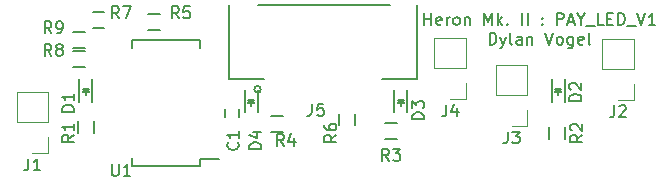
<source format=gto>
G04 #@! TF.FileFunction,Legend,Top*
%FSLAX46Y46*%
G04 Gerber Fmt 4.6, Leading zero omitted, Abs format (unit mm)*
G04 Created by KiCad (PCBNEW 4.0.6) date Monday, August 21, 2017 'PMt' 07:07:08 PM*
%MOMM*%
%LPD*%
G01*
G04 APERTURE LIST*
%ADD10C,0.100000*%
%ADD11C,0.150000*%
%ADD12C,0.120000*%
G04 APERTURE END LIST*
D10*
D11*
X143146095Y-51824381D02*
X143146095Y-50824381D01*
X143146095Y-51300571D02*
X143717524Y-51300571D01*
X143717524Y-51824381D02*
X143717524Y-50824381D01*
X144574667Y-51776762D02*
X144479429Y-51824381D01*
X144288952Y-51824381D01*
X144193714Y-51776762D01*
X144146095Y-51681524D01*
X144146095Y-51300571D01*
X144193714Y-51205333D01*
X144288952Y-51157714D01*
X144479429Y-51157714D01*
X144574667Y-51205333D01*
X144622286Y-51300571D01*
X144622286Y-51395810D01*
X144146095Y-51491048D01*
X145050857Y-51824381D02*
X145050857Y-51157714D01*
X145050857Y-51348190D02*
X145098476Y-51252952D01*
X145146095Y-51205333D01*
X145241333Y-51157714D01*
X145336572Y-51157714D01*
X145812762Y-51824381D02*
X145717524Y-51776762D01*
X145669905Y-51729143D01*
X145622286Y-51633905D01*
X145622286Y-51348190D01*
X145669905Y-51252952D01*
X145717524Y-51205333D01*
X145812762Y-51157714D01*
X145955620Y-51157714D01*
X146050858Y-51205333D01*
X146098477Y-51252952D01*
X146146096Y-51348190D01*
X146146096Y-51633905D01*
X146098477Y-51729143D01*
X146050858Y-51776762D01*
X145955620Y-51824381D01*
X145812762Y-51824381D01*
X146574667Y-51157714D02*
X146574667Y-51824381D01*
X146574667Y-51252952D02*
X146622286Y-51205333D01*
X146717524Y-51157714D01*
X146860382Y-51157714D01*
X146955620Y-51205333D01*
X147003239Y-51300571D01*
X147003239Y-51824381D01*
X148241334Y-51824381D02*
X148241334Y-50824381D01*
X148574668Y-51538667D01*
X148908001Y-50824381D01*
X148908001Y-51824381D01*
X149384191Y-51824381D02*
X149384191Y-50824381D01*
X149479429Y-51443429D02*
X149765144Y-51824381D01*
X149765144Y-51157714D02*
X149384191Y-51538667D01*
X150193715Y-51729143D02*
X150241334Y-51776762D01*
X150193715Y-51824381D01*
X150146096Y-51776762D01*
X150193715Y-51729143D01*
X150193715Y-51824381D01*
X151431810Y-51824381D02*
X151431810Y-50824381D01*
X151908000Y-51824381D02*
X151908000Y-50824381D01*
X153146095Y-51729143D02*
X153193714Y-51776762D01*
X153146095Y-51824381D01*
X153098476Y-51776762D01*
X153146095Y-51729143D01*
X153146095Y-51824381D01*
X153146095Y-51205333D02*
X153193714Y-51252952D01*
X153146095Y-51300571D01*
X153098476Y-51252952D01*
X153146095Y-51205333D01*
X153146095Y-51300571D01*
X154384190Y-51824381D02*
X154384190Y-50824381D01*
X154765143Y-50824381D01*
X154860381Y-50872000D01*
X154908000Y-50919619D01*
X154955619Y-51014857D01*
X154955619Y-51157714D01*
X154908000Y-51252952D01*
X154860381Y-51300571D01*
X154765143Y-51348190D01*
X154384190Y-51348190D01*
X155336571Y-51538667D02*
X155812762Y-51538667D01*
X155241333Y-51824381D02*
X155574666Y-50824381D01*
X155908000Y-51824381D01*
X156431809Y-51348190D02*
X156431809Y-51824381D01*
X156098476Y-50824381D02*
X156431809Y-51348190D01*
X156765143Y-50824381D01*
X156860381Y-51919619D02*
X157622286Y-51919619D01*
X158336572Y-51824381D02*
X157860381Y-51824381D01*
X157860381Y-50824381D01*
X158669905Y-51300571D02*
X159003239Y-51300571D01*
X159146096Y-51824381D02*
X158669905Y-51824381D01*
X158669905Y-50824381D01*
X159146096Y-50824381D01*
X159574667Y-51824381D02*
X159574667Y-50824381D01*
X159812762Y-50824381D01*
X159955620Y-50872000D01*
X160050858Y-50967238D01*
X160098477Y-51062476D01*
X160146096Y-51252952D01*
X160146096Y-51395810D01*
X160098477Y-51586286D01*
X160050858Y-51681524D01*
X159955620Y-51776762D01*
X159812762Y-51824381D01*
X159574667Y-51824381D01*
X160336572Y-51919619D02*
X161098477Y-51919619D01*
X161193715Y-50824381D02*
X161527048Y-51824381D01*
X161860382Y-50824381D01*
X162717525Y-51824381D02*
X162146096Y-51824381D01*
X162431810Y-51824381D02*
X162431810Y-50824381D01*
X162336572Y-50967238D01*
X162241334Y-51062476D01*
X162146096Y-51110095D01*
X148693713Y-53474381D02*
X148693713Y-52474381D01*
X148931808Y-52474381D01*
X149074666Y-52522000D01*
X149169904Y-52617238D01*
X149217523Y-52712476D01*
X149265142Y-52902952D01*
X149265142Y-53045810D01*
X149217523Y-53236286D01*
X149169904Y-53331524D01*
X149074666Y-53426762D01*
X148931808Y-53474381D01*
X148693713Y-53474381D01*
X149598475Y-52807714D02*
X149836570Y-53474381D01*
X150074666Y-52807714D02*
X149836570Y-53474381D01*
X149741332Y-53712476D01*
X149693713Y-53760095D01*
X149598475Y-53807714D01*
X150598475Y-53474381D02*
X150503237Y-53426762D01*
X150455618Y-53331524D01*
X150455618Y-52474381D01*
X151408000Y-53474381D02*
X151408000Y-52950571D01*
X151360381Y-52855333D01*
X151265143Y-52807714D01*
X151074666Y-52807714D01*
X150979428Y-52855333D01*
X151408000Y-53426762D02*
X151312762Y-53474381D01*
X151074666Y-53474381D01*
X150979428Y-53426762D01*
X150931809Y-53331524D01*
X150931809Y-53236286D01*
X150979428Y-53141048D01*
X151074666Y-53093429D01*
X151312762Y-53093429D01*
X151408000Y-53045810D01*
X151884190Y-52807714D02*
X151884190Y-53474381D01*
X151884190Y-52902952D02*
X151931809Y-52855333D01*
X152027047Y-52807714D01*
X152169905Y-52807714D01*
X152265143Y-52855333D01*
X152312762Y-52950571D01*
X152312762Y-53474381D01*
X153408000Y-52474381D02*
X153741333Y-53474381D01*
X154074667Y-52474381D01*
X154550857Y-53474381D02*
X154455619Y-53426762D01*
X154408000Y-53379143D01*
X154360381Y-53283905D01*
X154360381Y-52998190D01*
X154408000Y-52902952D01*
X154455619Y-52855333D01*
X154550857Y-52807714D01*
X154693715Y-52807714D01*
X154788953Y-52855333D01*
X154836572Y-52902952D01*
X154884191Y-52998190D01*
X154884191Y-53283905D01*
X154836572Y-53379143D01*
X154788953Y-53426762D01*
X154693715Y-53474381D01*
X154550857Y-53474381D01*
X155741334Y-52807714D02*
X155741334Y-53617238D01*
X155693715Y-53712476D01*
X155646096Y-53760095D01*
X155550857Y-53807714D01*
X155408000Y-53807714D01*
X155312762Y-53760095D01*
X155741334Y-53426762D02*
X155646096Y-53474381D01*
X155455619Y-53474381D01*
X155360381Y-53426762D01*
X155312762Y-53379143D01*
X155265143Y-53283905D01*
X155265143Y-52998190D01*
X155312762Y-52902952D01*
X155360381Y-52855333D01*
X155455619Y-52807714D01*
X155646096Y-52807714D01*
X155741334Y-52855333D01*
X156598477Y-53426762D02*
X156503239Y-53474381D01*
X156312762Y-53474381D01*
X156217524Y-53426762D01*
X156169905Y-53331524D01*
X156169905Y-52950571D01*
X156217524Y-52855333D01*
X156312762Y-52807714D01*
X156503239Y-52807714D01*
X156598477Y-52855333D01*
X156646096Y-52950571D01*
X156646096Y-53045810D01*
X156169905Y-53141048D01*
X157217524Y-53474381D02*
X157122286Y-53426762D01*
X157074667Y-53331524D01*
X157074667Y-52474381D01*
X126273000Y-59607500D02*
X126273000Y-58907500D01*
X127473000Y-58907500D02*
X127473000Y-59607500D01*
X113950000Y-56400000D02*
X113950000Y-58300000D01*
X115050000Y-56400000D02*
X115050000Y-58300000D01*
X114500000Y-57300000D02*
X114500000Y-57750000D01*
X114750000Y-57250000D02*
X114250000Y-57250000D01*
X114500000Y-57250000D02*
X114750000Y-57500000D01*
X114750000Y-57500000D02*
X114250000Y-57500000D01*
X114250000Y-57500000D02*
X114500000Y-57250000D01*
X153949000Y-56400000D02*
X153949000Y-58300000D01*
X155049000Y-56400000D02*
X155049000Y-58300000D01*
X154499000Y-57300000D02*
X154499000Y-57750000D01*
X154749000Y-57250000D02*
X154249000Y-57250000D01*
X154499000Y-57250000D02*
X154749000Y-57500000D01*
X154749000Y-57500000D02*
X154249000Y-57500000D01*
X154249000Y-57500000D02*
X154499000Y-57250000D01*
X140616000Y-57320000D02*
X140616000Y-59220000D01*
X141716000Y-57320000D02*
X141716000Y-59220000D01*
X141166000Y-58220000D02*
X141166000Y-58670000D01*
X141416000Y-58170000D02*
X140916000Y-58170000D01*
X141166000Y-58170000D02*
X141416000Y-58420000D01*
X141416000Y-58420000D02*
X140916000Y-58420000D01*
X140916000Y-58420000D02*
X141166000Y-58170000D01*
X127974000Y-57320000D02*
X127974000Y-59220000D01*
X129074000Y-57320000D02*
X129074000Y-59220000D01*
X128524000Y-58220000D02*
X128524000Y-58670000D01*
X128774000Y-58170000D02*
X128274000Y-58170000D01*
X128524000Y-58170000D02*
X128774000Y-58420000D01*
X128774000Y-58420000D02*
X128274000Y-58420000D01*
X128274000Y-58420000D02*
X128524000Y-58170000D01*
D12*
X111312000Y-60071000D02*
X111312000Y-57471000D01*
X111312000Y-57471000D02*
X108652000Y-57471000D01*
X108652000Y-57471000D02*
X108652000Y-60071000D01*
X108652000Y-60071000D02*
X111312000Y-60071000D01*
X111312000Y-61341000D02*
X111312000Y-62671000D01*
X111312000Y-62671000D02*
X109982000Y-62671000D01*
D11*
X115229000Y-59952000D02*
X115229000Y-60952000D01*
X113879000Y-60952000D02*
X113879000Y-59952000D01*
X155107000Y-60472000D02*
X155107000Y-61472000D01*
X153757000Y-61472000D02*
X153757000Y-60472000D01*
X140835000Y-61508000D02*
X139835000Y-61508000D01*
X139835000Y-60158000D02*
X140835000Y-60158000D01*
X130183000Y-59523000D02*
X131183000Y-59523000D01*
X131183000Y-60873000D02*
X130183000Y-60873000D01*
X119769000Y-50887000D02*
X120769000Y-50887000D01*
X120769000Y-52237000D02*
X119769000Y-52237000D01*
X137327000Y-59317000D02*
X137327000Y-60317000D01*
X135977000Y-60317000D02*
X135977000Y-59317000D01*
X116070000Y-52110000D02*
X115070000Y-52110000D01*
X115070000Y-50760000D02*
X116070000Y-50760000D01*
X114419000Y-55412000D02*
X113419000Y-55412000D01*
X113419000Y-54062000D02*
X114419000Y-54062000D01*
X114419000Y-53761000D02*
X113419000Y-53761000D01*
X113419000Y-52411000D02*
X114419000Y-52411000D01*
X124160000Y-63745000D02*
X124160000Y-63170000D01*
X118410000Y-63745000D02*
X118410000Y-63095000D01*
X118410000Y-53095000D02*
X118410000Y-53745000D01*
X124160000Y-53095000D02*
X124160000Y-53745000D01*
X124160000Y-63745000D02*
X118410000Y-63745000D01*
X124160000Y-53095000D02*
X118410000Y-53095000D01*
X124160000Y-63170000D02*
X125760000Y-63170000D01*
D12*
X151888500Y-57785000D02*
X151888500Y-55185000D01*
X151888500Y-55185000D02*
X149228500Y-55185000D01*
X149228500Y-55185000D02*
X149228500Y-57785000D01*
X149228500Y-57785000D02*
X151888500Y-57785000D01*
X151888500Y-59055000D02*
X151888500Y-60385000D01*
X151888500Y-60385000D02*
X150558500Y-60385000D01*
X146681500Y-55499000D02*
X146681500Y-52899000D01*
X146681500Y-52899000D02*
X144021500Y-52899000D01*
X144021500Y-52899000D02*
X144021500Y-55499000D01*
X144021500Y-55499000D02*
X146681500Y-55499000D01*
X146681500Y-56769000D02*
X146681500Y-58099000D01*
X146681500Y-58099000D02*
X145351500Y-58099000D01*
X160905500Y-55562500D02*
X160905500Y-52962500D01*
X160905500Y-52962500D02*
X158245500Y-52962500D01*
X158245500Y-52962500D02*
X158245500Y-55562500D01*
X158245500Y-55562500D02*
X160905500Y-55562500D01*
X160905500Y-56832500D02*
X160905500Y-58162500D01*
X160905500Y-58162500D02*
X159575500Y-58162500D01*
D11*
X129325981Y-57277000D02*
G75*
G03X129325981Y-57277000I-283981J0D01*
G01*
X129042000Y-50165000D02*
X140218000Y-50165000D01*
X139583000Y-56388000D02*
X142504000Y-56388000D01*
X126629000Y-56388000D02*
X129550000Y-56388000D01*
X142504000Y-56388000D02*
X142504000Y-50165000D01*
X126629000Y-56388000D02*
X126629000Y-50165000D01*
X127357143Y-61761666D02*
X127404762Y-61809285D01*
X127452381Y-61952142D01*
X127452381Y-62047380D01*
X127404762Y-62190238D01*
X127309524Y-62285476D01*
X127214286Y-62333095D01*
X127023810Y-62380714D01*
X126880952Y-62380714D01*
X126690476Y-62333095D01*
X126595238Y-62285476D01*
X126500000Y-62190238D01*
X126452381Y-62047380D01*
X126452381Y-61952142D01*
X126500000Y-61809285D01*
X126547619Y-61761666D01*
X127452381Y-60809285D02*
X127452381Y-61380714D01*
X127452381Y-61095000D02*
X126452381Y-61095000D01*
X126595238Y-61190238D01*
X126690476Y-61285476D01*
X126738095Y-61380714D01*
X113482381Y-59158095D02*
X112482381Y-59158095D01*
X112482381Y-58920000D01*
X112530000Y-58777142D01*
X112625238Y-58681904D01*
X112720476Y-58634285D01*
X112910952Y-58586666D01*
X113053810Y-58586666D01*
X113244286Y-58634285D01*
X113339524Y-58681904D01*
X113434762Y-58777142D01*
X113482381Y-58920000D01*
X113482381Y-59158095D01*
X113482381Y-57634285D02*
X113482381Y-58205714D01*
X113482381Y-57920000D02*
X112482381Y-57920000D01*
X112625238Y-58015238D01*
X112720476Y-58110476D01*
X112768095Y-58205714D01*
X156451381Y-58238095D02*
X155451381Y-58238095D01*
X155451381Y-58000000D01*
X155499000Y-57857142D01*
X155594238Y-57761904D01*
X155689476Y-57714285D01*
X155879952Y-57666666D01*
X156022810Y-57666666D01*
X156213286Y-57714285D01*
X156308524Y-57761904D01*
X156403762Y-57857142D01*
X156451381Y-58000000D01*
X156451381Y-58238095D01*
X155546619Y-57285714D02*
X155499000Y-57238095D01*
X155451381Y-57142857D01*
X155451381Y-56904761D01*
X155499000Y-56809523D01*
X155546619Y-56761904D01*
X155641857Y-56714285D01*
X155737095Y-56714285D01*
X155879952Y-56761904D01*
X156451381Y-57333333D01*
X156451381Y-56714285D01*
X143118381Y-59793095D02*
X142118381Y-59793095D01*
X142118381Y-59555000D01*
X142166000Y-59412142D01*
X142261238Y-59316904D01*
X142356476Y-59269285D01*
X142546952Y-59221666D01*
X142689810Y-59221666D01*
X142880286Y-59269285D01*
X142975524Y-59316904D01*
X143070762Y-59412142D01*
X143118381Y-59555000D01*
X143118381Y-59793095D01*
X142118381Y-58888333D02*
X142118381Y-58269285D01*
X142499333Y-58602619D01*
X142499333Y-58459761D01*
X142546952Y-58364523D01*
X142594571Y-58316904D01*
X142689810Y-58269285D01*
X142927905Y-58269285D01*
X143023143Y-58316904D01*
X143070762Y-58364523D01*
X143118381Y-58459761D01*
X143118381Y-58745476D01*
X143070762Y-58840714D01*
X143023143Y-58888333D01*
X129357381Y-62333095D02*
X128357381Y-62333095D01*
X128357381Y-62095000D01*
X128405000Y-61952142D01*
X128500238Y-61856904D01*
X128595476Y-61809285D01*
X128785952Y-61761666D01*
X128928810Y-61761666D01*
X129119286Y-61809285D01*
X129214524Y-61856904D01*
X129309762Y-61952142D01*
X129357381Y-62095000D01*
X129357381Y-62333095D01*
X128690714Y-60904523D02*
X129357381Y-60904523D01*
X128309762Y-61142619D02*
X129024048Y-61380714D01*
X129024048Y-60761666D01*
X109648667Y-63123381D02*
X109648667Y-63837667D01*
X109601047Y-63980524D01*
X109505809Y-64075762D01*
X109362952Y-64123381D01*
X109267714Y-64123381D01*
X110648667Y-64123381D02*
X110077238Y-64123381D01*
X110362952Y-64123381D02*
X110362952Y-63123381D01*
X110267714Y-63266238D01*
X110172476Y-63361476D01*
X110077238Y-63409095D01*
X113482381Y-61126666D02*
X113006190Y-61460000D01*
X113482381Y-61698095D02*
X112482381Y-61698095D01*
X112482381Y-61317142D01*
X112530000Y-61221904D01*
X112577619Y-61174285D01*
X112672857Y-61126666D01*
X112815714Y-61126666D01*
X112910952Y-61174285D01*
X112958571Y-61221904D01*
X113006190Y-61317142D01*
X113006190Y-61698095D01*
X113482381Y-60174285D02*
X113482381Y-60745714D01*
X113482381Y-60460000D02*
X112482381Y-60460000D01*
X112625238Y-60555238D01*
X112720476Y-60650476D01*
X112768095Y-60745714D01*
X156535381Y-61126666D02*
X156059190Y-61460000D01*
X156535381Y-61698095D02*
X155535381Y-61698095D01*
X155535381Y-61317142D01*
X155583000Y-61221904D01*
X155630619Y-61174285D01*
X155725857Y-61126666D01*
X155868714Y-61126666D01*
X155963952Y-61174285D01*
X156011571Y-61221904D01*
X156059190Y-61317142D01*
X156059190Y-61698095D01*
X155630619Y-60745714D02*
X155583000Y-60698095D01*
X155535381Y-60602857D01*
X155535381Y-60364761D01*
X155583000Y-60269523D01*
X155630619Y-60221904D01*
X155725857Y-60174285D01*
X155821095Y-60174285D01*
X155963952Y-60221904D01*
X156535381Y-60793333D01*
X156535381Y-60174285D01*
X140168334Y-63317381D02*
X139835000Y-62841190D01*
X139596905Y-63317381D02*
X139596905Y-62317381D01*
X139977858Y-62317381D01*
X140073096Y-62365000D01*
X140120715Y-62412619D01*
X140168334Y-62507857D01*
X140168334Y-62650714D01*
X140120715Y-62745952D01*
X140073096Y-62793571D01*
X139977858Y-62841190D01*
X139596905Y-62841190D01*
X140501667Y-62317381D02*
X141120715Y-62317381D01*
X140787381Y-62698333D01*
X140930239Y-62698333D01*
X141025477Y-62745952D01*
X141073096Y-62793571D01*
X141120715Y-62888810D01*
X141120715Y-63126905D01*
X141073096Y-63222143D01*
X141025477Y-63269762D01*
X140930239Y-63317381D01*
X140644524Y-63317381D01*
X140549286Y-63269762D01*
X140501667Y-63222143D01*
X131278334Y-62047381D02*
X130945000Y-61571190D01*
X130706905Y-62047381D02*
X130706905Y-61047381D01*
X131087858Y-61047381D01*
X131183096Y-61095000D01*
X131230715Y-61142619D01*
X131278334Y-61237857D01*
X131278334Y-61380714D01*
X131230715Y-61475952D01*
X131183096Y-61523571D01*
X131087858Y-61571190D01*
X130706905Y-61571190D01*
X132135477Y-61380714D02*
X132135477Y-62047381D01*
X131897381Y-60999762D02*
X131659286Y-61714048D01*
X132278334Y-61714048D01*
X122388334Y-51252381D02*
X122055000Y-50776190D01*
X121816905Y-51252381D02*
X121816905Y-50252381D01*
X122197858Y-50252381D01*
X122293096Y-50300000D01*
X122340715Y-50347619D01*
X122388334Y-50442857D01*
X122388334Y-50585714D01*
X122340715Y-50680952D01*
X122293096Y-50728571D01*
X122197858Y-50776190D01*
X121816905Y-50776190D01*
X123293096Y-50252381D02*
X122816905Y-50252381D01*
X122769286Y-50728571D01*
X122816905Y-50680952D01*
X122912143Y-50633333D01*
X123150239Y-50633333D01*
X123245477Y-50680952D01*
X123293096Y-50728571D01*
X123340715Y-50823810D01*
X123340715Y-51061905D01*
X123293096Y-51157143D01*
X123245477Y-51204762D01*
X123150239Y-51252381D01*
X122912143Y-51252381D01*
X122816905Y-51204762D01*
X122769286Y-51157143D01*
X135707381Y-61126666D02*
X135231190Y-61460000D01*
X135707381Y-61698095D02*
X134707381Y-61698095D01*
X134707381Y-61317142D01*
X134755000Y-61221904D01*
X134802619Y-61174285D01*
X134897857Y-61126666D01*
X135040714Y-61126666D01*
X135135952Y-61174285D01*
X135183571Y-61221904D01*
X135231190Y-61317142D01*
X135231190Y-61698095D01*
X134707381Y-60269523D02*
X134707381Y-60460000D01*
X134755000Y-60555238D01*
X134802619Y-60602857D01*
X134945476Y-60698095D01*
X135135952Y-60745714D01*
X135516905Y-60745714D01*
X135612143Y-60698095D01*
X135659762Y-60650476D01*
X135707381Y-60555238D01*
X135707381Y-60364761D01*
X135659762Y-60269523D01*
X135612143Y-60221904D01*
X135516905Y-60174285D01*
X135278810Y-60174285D01*
X135183571Y-60221904D01*
X135135952Y-60269523D01*
X135088333Y-60364761D01*
X135088333Y-60555238D01*
X135135952Y-60650476D01*
X135183571Y-60698095D01*
X135278810Y-60745714D01*
X117308334Y-51252381D02*
X116975000Y-50776190D01*
X116736905Y-51252381D02*
X116736905Y-50252381D01*
X117117858Y-50252381D01*
X117213096Y-50300000D01*
X117260715Y-50347619D01*
X117308334Y-50442857D01*
X117308334Y-50585714D01*
X117260715Y-50680952D01*
X117213096Y-50728571D01*
X117117858Y-50776190D01*
X116736905Y-50776190D01*
X117641667Y-50252381D02*
X118308334Y-50252381D01*
X117879762Y-51252381D01*
X111593334Y-54427381D02*
X111260000Y-53951190D01*
X111021905Y-54427381D02*
X111021905Y-53427381D01*
X111402858Y-53427381D01*
X111498096Y-53475000D01*
X111545715Y-53522619D01*
X111593334Y-53617857D01*
X111593334Y-53760714D01*
X111545715Y-53855952D01*
X111498096Y-53903571D01*
X111402858Y-53951190D01*
X111021905Y-53951190D01*
X112164762Y-53855952D02*
X112069524Y-53808333D01*
X112021905Y-53760714D01*
X111974286Y-53665476D01*
X111974286Y-53617857D01*
X112021905Y-53522619D01*
X112069524Y-53475000D01*
X112164762Y-53427381D01*
X112355239Y-53427381D01*
X112450477Y-53475000D01*
X112498096Y-53522619D01*
X112545715Y-53617857D01*
X112545715Y-53665476D01*
X112498096Y-53760714D01*
X112450477Y-53808333D01*
X112355239Y-53855952D01*
X112164762Y-53855952D01*
X112069524Y-53903571D01*
X112021905Y-53951190D01*
X111974286Y-54046429D01*
X111974286Y-54236905D01*
X112021905Y-54332143D01*
X112069524Y-54379762D01*
X112164762Y-54427381D01*
X112355239Y-54427381D01*
X112450477Y-54379762D01*
X112498096Y-54332143D01*
X112545715Y-54236905D01*
X112545715Y-54046429D01*
X112498096Y-53951190D01*
X112450477Y-53903571D01*
X112355239Y-53855952D01*
X111593334Y-52522381D02*
X111260000Y-52046190D01*
X111021905Y-52522381D02*
X111021905Y-51522381D01*
X111402858Y-51522381D01*
X111498096Y-51570000D01*
X111545715Y-51617619D01*
X111593334Y-51712857D01*
X111593334Y-51855714D01*
X111545715Y-51950952D01*
X111498096Y-51998571D01*
X111402858Y-52046190D01*
X111021905Y-52046190D01*
X112069524Y-52522381D02*
X112260000Y-52522381D01*
X112355239Y-52474762D01*
X112402858Y-52427143D01*
X112498096Y-52284286D01*
X112545715Y-52093810D01*
X112545715Y-51712857D01*
X112498096Y-51617619D01*
X112450477Y-51570000D01*
X112355239Y-51522381D01*
X112164762Y-51522381D01*
X112069524Y-51570000D01*
X112021905Y-51617619D01*
X111974286Y-51712857D01*
X111974286Y-51950952D01*
X112021905Y-52046190D01*
X112069524Y-52093810D01*
X112164762Y-52141429D01*
X112355239Y-52141429D01*
X112450477Y-52093810D01*
X112498096Y-52046190D01*
X112545715Y-51950952D01*
X116713095Y-63587381D02*
X116713095Y-64396905D01*
X116760714Y-64492143D01*
X116808333Y-64539762D01*
X116903571Y-64587381D01*
X117094048Y-64587381D01*
X117189286Y-64539762D01*
X117236905Y-64492143D01*
X117284524Y-64396905D01*
X117284524Y-63587381D01*
X118284524Y-64587381D02*
X117713095Y-64587381D01*
X117998809Y-64587381D02*
X117998809Y-63587381D01*
X117903571Y-63730238D01*
X117808333Y-63825476D01*
X117713095Y-63873095D01*
X150225167Y-60837381D02*
X150225167Y-61551667D01*
X150177547Y-61694524D01*
X150082309Y-61789762D01*
X149939452Y-61837381D01*
X149844214Y-61837381D01*
X150606119Y-60837381D02*
X151225167Y-60837381D01*
X150891833Y-61218333D01*
X151034691Y-61218333D01*
X151129929Y-61265952D01*
X151177548Y-61313571D01*
X151225167Y-61408810D01*
X151225167Y-61646905D01*
X151177548Y-61742143D01*
X151129929Y-61789762D01*
X151034691Y-61837381D01*
X150748976Y-61837381D01*
X150653738Y-61789762D01*
X150606119Y-61742143D01*
X145018167Y-58551381D02*
X145018167Y-59265667D01*
X144970547Y-59408524D01*
X144875309Y-59503762D01*
X144732452Y-59551381D01*
X144637214Y-59551381D01*
X145922929Y-58884714D02*
X145922929Y-59551381D01*
X145684833Y-58503762D02*
X145446738Y-59218048D01*
X146065786Y-59218048D01*
X159242167Y-58614881D02*
X159242167Y-59329167D01*
X159194547Y-59472024D01*
X159099309Y-59567262D01*
X158956452Y-59614881D01*
X158861214Y-59614881D01*
X159670738Y-58710119D02*
X159718357Y-58662500D01*
X159813595Y-58614881D01*
X160051691Y-58614881D01*
X160146929Y-58662500D01*
X160194548Y-58710119D01*
X160242167Y-58805357D01*
X160242167Y-58900595D01*
X160194548Y-59043452D01*
X159623119Y-59614881D01*
X160242167Y-59614881D01*
X133651667Y-58507381D02*
X133651667Y-59221667D01*
X133604047Y-59364524D01*
X133508809Y-59459762D01*
X133365952Y-59507381D01*
X133270714Y-59507381D01*
X134604048Y-58507381D02*
X134127857Y-58507381D01*
X134080238Y-58983571D01*
X134127857Y-58935952D01*
X134223095Y-58888333D01*
X134461191Y-58888333D01*
X134556429Y-58935952D01*
X134604048Y-58983571D01*
X134651667Y-59078810D01*
X134651667Y-59316905D01*
X134604048Y-59412143D01*
X134556429Y-59459762D01*
X134461191Y-59507381D01*
X134223095Y-59507381D01*
X134127857Y-59459762D01*
X134080238Y-59412143D01*
M02*

</source>
